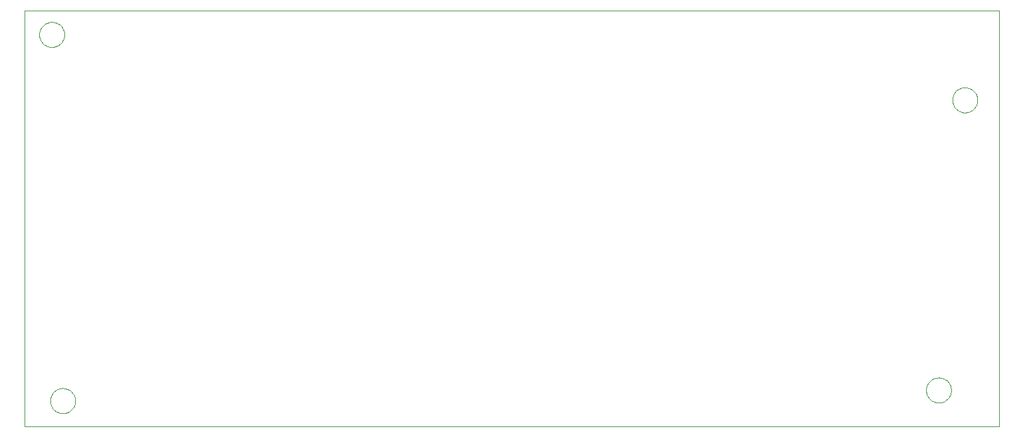
<source format=gko>
G75*
G70*
%OFA0B0*%
%FSLAX24Y24*%
%IPPOS*%
%LPD*%
%AMOC8*
5,1,8,0,0,1.08239X$1,22.5*
%
%ADD10C,0.0000*%
D10*
X000475Y003851D02*
X000475Y024776D01*
X049412Y024776D01*
X049412Y003851D01*
X000475Y003851D01*
X001774Y005150D02*
X001776Y005200D01*
X001782Y005250D01*
X001792Y005299D01*
X001806Y005347D01*
X001823Y005394D01*
X001844Y005439D01*
X001869Y005483D01*
X001897Y005524D01*
X001929Y005563D01*
X001963Y005600D01*
X002000Y005634D01*
X002040Y005664D01*
X002082Y005691D01*
X002126Y005715D01*
X002172Y005736D01*
X002219Y005752D01*
X002267Y005765D01*
X002317Y005774D01*
X002366Y005779D01*
X002417Y005780D01*
X002467Y005777D01*
X002516Y005770D01*
X002565Y005759D01*
X002613Y005744D01*
X002659Y005726D01*
X002704Y005704D01*
X002747Y005678D01*
X002788Y005649D01*
X002827Y005617D01*
X002863Y005582D01*
X002895Y005544D01*
X002925Y005504D01*
X002952Y005461D01*
X002975Y005417D01*
X002994Y005371D01*
X003010Y005323D01*
X003022Y005274D01*
X003030Y005225D01*
X003034Y005175D01*
X003034Y005125D01*
X003030Y005075D01*
X003022Y005026D01*
X003010Y004977D01*
X002994Y004929D01*
X002975Y004883D01*
X002952Y004839D01*
X002925Y004796D01*
X002895Y004756D01*
X002863Y004718D01*
X002827Y004683D01*
X002788Y004651D01*
X002747Y004622D01*
X002704Y004596D01*
X002659Y004574D01*
X002613Y004556D01*
X002565Y004541D01*
X002516Y004530D01*
X002467Y004523D01*
X002417Y004520D01*
X002366Y004521D01*
X002317Y004526D01*
X002267Y004535D01*
X002219Y004548D01*
X002172Y004564D01*
X002126Y004585D01*
X002082Y004609D01*
X002040Y004636D01*
X002000Y004666D01*
X001963Y004700D01*
X001929Y004737D01*
X001897Y004776D01*
X001869Y004817D01*
X001844Y004861D01*
X001823Y004906D01*
X001806Y004953D01*
X001792Y005001D01*
X001782Y005050D01*
X001776Y005100D01*
X001774Y005150D01*
X038787Y003851D02*
X043187Y003851D01*
X045751Y005681D02*
X045753Y005731D01*
X045759Y005781D01*
X045769Y005830D01*
X045783Y005878D01*
X045800Y005925D01*
X045821Y005970D01*
X045846Y006014D01*
X045874Y006055D01*
X045906Y006094D01*
X045940Y006131D01*
X045977Y006165D01*
X046017Y006195D01*
X046059Y006222D01*
X046103Y006246D01*
X046149Y006267D01*
X046196Y006283D01*
X046244Y006296D01*
X046294Y006305D01*
X046343Y006310D01*
X046394Y006311D01*
X046444Y006308D01*
X046493Y006301D01*
X046542Y006290D01*
X046590Y006275D01*
X046636Y006257D01*
X046681Y006235D01*
X046724Y006209D01*
X046765Y006180D01*
X046804Y006148D01*
X046840Y006113D01*
X046872Y006075D01*
X046902Y006035D01*
X046929Y005992D01*
X046952Y005948D01*
X046971Y005902D01*
X046987Y005854D01*
X046999Y005805D01*
X047007Y005756D01*
X047011Y005706D01*
X047011Y005656D01*
X047007Y005606D01*
X046999Y005557D01*
X046987Y005508D01*
X046971Y005460D01*
X046952Y005414D01*
X046929Y005370D01*
X046902Y005327D01*
X046872Y005287D01*
X046840Y005249D01*
X046804Y005214D01*
X046765Y005182D01*
X046724Y005153D01*
X046681Y005127D01*
X046636Y005105D01*
X046590Y005087D01*
X046542Y005072D01*
X046493Y005061D01*
X046444Y005054D01*
X046394Y005051D01*
X046343Y005052D01*
X046294Y005057D01*
X046244Y005066D01*
X046196Y005079D01*
X046149Y005095D01*
X046103Y005116D01*
X046059Y005140D01*
X046017Y005167D01*
X045977Y005197D01*
X045940Y005231D01*
X045906Y005268D01*
X045874Y005307D01*
X045846Y005348D01*
X045821Y005392D01*
X045800Y005437D01*
X045783Y005484D01*
X045769Y005532D01*
X045759Y005581D01*
X045753Y005631D01*
X045751Y005681D01*
X049412Y005981D02*
X049412Y010381D01*
X047070Y020268D02*
X047072Y020318D01*
X047078Y020368D01*
X047088Y020417D01*
X047102Y020465D01*
X047119Y020512D01*
X047140Y020557D01*
X047165Y020601D01*
X047193Y020642D01*
X047225Y020681D01*
X047259Y020718D01*
X047296Y020752D01*
X047336Y020782D01*
X047378Y020809D01*
X047422Y020833D01*
X047468Y020854D01*
X047515Y020870D01*
X047563Y020883D01*
X047613Y020892D01*
X047662Y020897D01*
X047713Y020898D01*
X047763Y020895D01*
X047812Y020888D01*
X047861Y020877D01*
X047909Y020862D01*
X047955Y020844D01*
X048000Y020822D01*
X048043Y020796D01*
X048084Y020767D01*
X048123Y020735D01*
X048159Y020700D01*
X048191Y020662D01*
X048221Y020622D01*
X048248Y020579D01*
X048271Y020535D01*
X048290Y020489D01*
X048306Y020441D01*
X048318Y020392D01*
X048326Y020343D01*
X048330Y020293D01*
X048330Y020243D01*
X048326Y020193D01*
X048318Y020144D01*
X048306Y020095D01*
X048290Y020047D01*
X048271Y020001D01*
X048248Y019957D01*
X048221Y019914D01*
X048191Y019874D01*
X048159Y019836D01*
X048123Y019801D01*
X048084Y019769D01*
X048043Y019740D01*
X048000Y019714D01*
X047955Y019692D01*
X047909Y019674D01*
X047861Y019659D01*
X047812Y019648D01*
X047763Y019641D01*
X047713Y019638D01*
X047662Y019639D01*
X047613Y019644D01*
X047563Y019653D01*
X047515Y019666D01*
X047468Y019682D01*
X047422Y019703D01*
X047378Y019727D01*
X047336Y019754D01*
X047296Y019784D01*
X047259Y019818D01*
X047225Y019855D01*
X047193Y019894D01*
X047165Y019935D01*
X047140Y019979D01*
X047119Y020024D01*
X047102Y020071D01*
X047088Y020119D01*
X047078Y020168D01*
X047072Y020218D01*
X047070Y020268D01*
X001223Y023555D02*
X001225Y023605D01*
X001231Y023655D01*
X001241Y023704D01*
X001255Y023752D01*
X001272Y023799D01*
X001293Y023844D01*
X001318Y023888D01*
X001346Y023929D01*
X001378Y023968D01*
X001412Y024005D01*
X001449Y024039D01*
X001489Y024069D01*
X001531Y024096D01*
X001575Y024120D01*
X001621Y024141D01*
X001668Y024157D01*
X001716Y024170D01*
X001766Y024179D01*
X001815Y024184D01*
X001866Y024185D01*
X001916Y024182D01*
X001965Y024175D01*
X002014Y024164D01*
X002062Y024149D01*
X002108Y024131D01*
X002153Y024109D01*
X002196Y024083D01*
X002237Y024054D01*
X002276Y024022D01*
X002312Y023987D01*
X002344Y023949D01*
X002374Y023909D01*
X002401Y023866D01*
X002424Y023822D01*
X002443Y023776D01*
X002459Y023728D01*
X002471Y023679D01*
X002479Y023630D01*
X002483Y023580D01*
X002483Y023530D01*
X002479Y023480D01*
X002471Y023431D01*
X002459Y023382D01*
X002443Y023334D01*
X002424Y023288D01*
X002401Y023244D01*
X002374Y023201D01*
X002344Y023161D01*
X002312Y023123D01*
X002276Y023088D01*
X002237Y023056D01*
X002196Y023027D01*
X002153Y023001D01*
X002108Y022979D01*
X002062Y022961D01*
X002014Y022946D01*
X001965Y022935D01*
X001916Y022928D01*
X001866Y022925D01*
X001815Y022926D01*
X001766Y022931D01*
X001716Y022940D01*
X001668Y022953D01*
X001621Y022969D01*
X001575Y022990D01*
X001531Y023014D01*
X001489Y023041D01*
X001449Y023071D01*
X001412Y023105D01*
X001378Y023142D01*
X001346Y023181D01*
X001318Y023222D01*
X001293Y023266D01*
X001272Y023311D01*
X001255Y023358D01*
X001241Y023406D01*
X001231Y023455D01*
X001225Y023505D01*
X001223Y023555D01*
M02*

</source>
